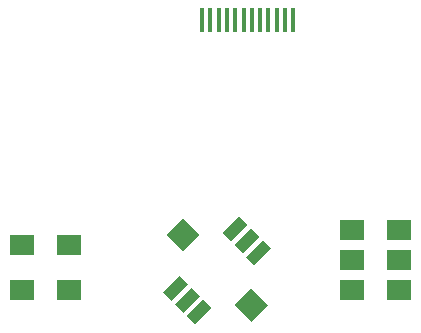
<source format=gbr>
G04 #@! TF.FileFunction,Paste,Top*
%FSLAX46Y46*%
G04 Gerber Fmt 4.6, Leading zero omitted, Abs format (unit mm)*
G04 Created by KiCad (PCBNEW 4.0.7) date 04/18/19 12:47:30*
%MOMM*%
%LPD*%
G01*
G04 APERTURE LIST*
%ADD10C,0.100000*%
%ADD11R,2.000000X1.700000*%
%ADD12R,0.350000X2.000000*%
G04 APERTURE END LIST*
D10*
D11*
X144050000Y-140970000D03*
X148050000Y-140970000D03*
X116110000Y-143510000D03*
X120110000Y-143510000D03*
X144050000Y-143510000D03*
X148050000Y-143510000D03*
X116110000Y-139700000D03*
X120110000Y-139700000D03*
X148050000Y-138430000D03*
X144050000Y-138430000D03*
D10*
G36*
X135800688Y-141424035D02*
X135093581Y-140716928D01*
X136507794Y-139302715D01*
X137214901Y-140009822D01*
X135800688Y-141424035D01*
X135800688Y-141424035D01*
G37*
G36*
X134793060Y-140416408D02*
X134085953Y-139709301D01*
X135500166Y-138295088D01*
X136207273Y-139002195D01*
X134793060Y-140416408D01*
X134793060Y-140416408D01*
G37*
G36*
X133785433Y-139408780D02*
X133078326Y-138701673D01*
X134492539Y-137287460D01*
X135199646Y-137994567D01*
X133785433Y-139408780D01*
X133785433Y-139408780D01*
G37*
G36*
X128764975Y-144429239D02*
X128057868Y-143722132D01*
X129472081Y-142307919D01*
X130179188Y-143015026D01*
X128764975Y-144429239D01*
X128764975Y-144429239D01*
G37*
G36*
X130780229Y-146444493D02*
X130073122Y-145737386D01*
X131487335Y-144323173D01*
X132194442Y-145030280D01*
X130780229Y-146444493D01*
X130780229Y-146444493D01*
G37*
G36*
X129772602Y-145436866D02*
X129065495Y-144729759D01*
X130479708Y-143315546D01*
X131186815Y-144022653D01*
X129772602Y-145436866D01*
X129772602Y-145436866D01*
G37*
G36*
X135553200Y-146197006D02*
X134138986Y-144782792D01*
X135553200Y-143368578D01*
X136967414Y-144782792D01*
X135553200Y-146197006D01*
X135553200Y-146197006D01*
G37*
G36*
X129754924Y-140257309D02*
X128340710Y-138843095D01*
X129754924Y-137428881D01*
X131169138Y-138843095D01*
X129754924Y-140257309D01*
X129754924Y-140257309D01*
G37*
D12*
X139080000Y-120650000D03*
X138380000Y-120650000D03*
X137680000Y-120650000D03*
X136980000Y-120650000D03*
X136280000Y-120650000D03*
X135580000Y-120650000D03*
X134880000Y-120650000D03*
X134180000Y-120650000D03*
X133480000Y-120650000D03*
X132780000Y-120650000D03*
X132080000Y-120650000D03*
X131380000Y-120650000D03*
M02*

</source>
